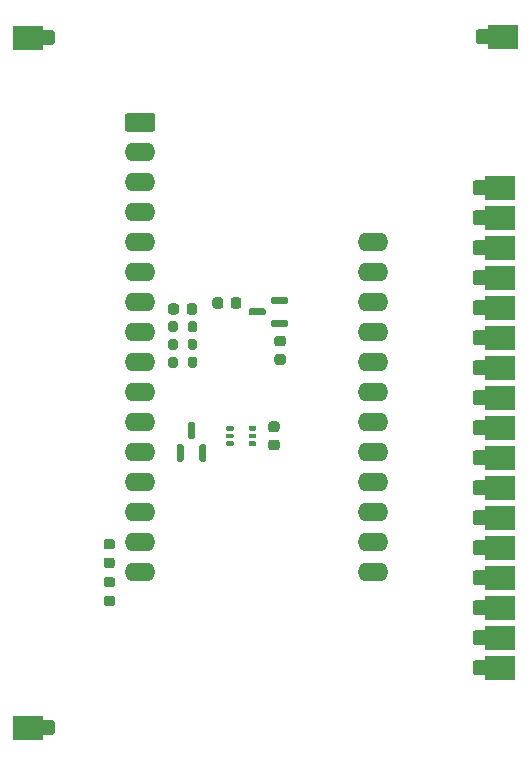
<source format=gbs>
G04 #@! TF.GenerationSoftware,KiCad,Pcbnew,9.0.1+1*
G04 #@! TF.CreationDate,2025-11-12T15:12:18+00:00*
G04 #@! TF.ProjectId,mppt-charge,6d707074-2d63-4686-9172-67652e6b6963,0.2*
G04 #@! TF.SameCoordinates,Original*
G04 #@! TF.FileFunction,Soldermask,Bot*
G04 #@! TF.FilePolarity,Negative*
%FSLAX46Y46*%
G04 Gerber Fmt 4.6, Leading zero omitted, Abs format (unit mm)*
G04 Created by KiCad (PCBNEW 9.0.1+1) date 2025-11-12 15:12:18*
%MOMM*%
%LPD*%
G01*
G04 APERTURE LIST*
%ADD10R,2.540000X2.000000*%
%ADD11O,2.600000X1.600000*%
G04 APERTURE END LIST*
D10*
X91000000Y-69930000D03*
G36*
G01*
X93325000Y-69555000D02*
X93325000Y-70305000D01*
G75*
G02*
X93075000Y-70555000I-250000J0D01*
G01*
X92325000Y-70555000D01*
G75*
G02*
X92075000Y-70305000I0J250000D01*
G01*
X92075000Y-69555000D01*
G75*
G02*
X92325000Y-69305000I250000J0D01*
G01*
X93075000Y-69305000D01*
G75*
G02*
X93325000Y-69555000I0J-250000D01*
G01*
G37*
G36*
G01*
X128925000Y-70235000D02*
X128925000Y-69485000D01*
G75*
G02*
X129175000Y-69235000I250000J0D01*
G01*
X129925000Y-69235000D01*
G75*
G02*
X130175000Y-69485000I0J-250000D01*
G01*
X130175000Y-70235000D01*
G75*
G02*
X129925000Y-70485000I-250000J0D01*
G01*
X129175000Y-70485000D01*
G75*
G02*
X128925000Y-70235000I0J250000D01*
G01*
G37*
X131250000Y-69860000D03*
X91000000Y-128350000D03*
G36*
G01*
X93325000Y-127975000D02*
X93325000Y-128725000D01*
G75*
G02*
X93075000Y-128975000I-250000J0D01*
G01*
X92325000Y-128975000D01*
G75*
G02*
X92075000Y-128725000I0J250000D01*
G01*
X92075000Y-127975000D01*
G75*
G02*
X92325000Y-127725000I250000J0D01*
G01*
X93075000Y-127725000D01*
G75*
G02*
X93325000Y-127975000I0J-250000D01*
G01*
G37*
G36*
G01*
X129925000Y-82255000D02*
X129925000Y-83005000D01*
G75*
G02*
X129675000Y-83255000I-250000J0D01*
G01*
X128925000Y-83255000D01*
G75*
G02*
X128675000Y-83005000I0J250000D01*
G01*
X128675000Y-82255000D01*
G75*
G02*
X128925000Y-82005000I250000J0D01*
G01*
X129675000Y-82005000D01*
G75*
G02*
X129925000Y-82255000I0J-250000D01*
G01*
G37*
X131000000Y-82630000D03*
G36*
G01*
X129925000Y-84795000D02*
X129925000Y-85545000D01*
G75*
G02*
X129675000Y-85795000I-250000J0D01*
G01*
X128925000Y-85795000D01*
G75*
G02*
X128675000Y-85545000I0J250000D01*
G01*
X128675000Y-84795000D01*
G75*
G02*
X128925000Y-84545000I250000J0D01*
G01*
X129675000Y-84545000D01*
G75*
G02*
X129925000Y-84795000I0J-250000D01*
G01*
G37*
X131000000Y-85170000D03*
G36*
G01*
X129925000Y-87335000D02*
X129925000Y-88085000D01*
G75*
G02*
X129675000Y-88335000I-250000J0D01*
G01*
X128925000Y-88335000D01*
G75*
G02*
X128675000Y-88085000I0J250000D01*
G01*
X128675000Y-87335000D01*
G75*
G02*
X128925000Y-87085000I250000J0D01*
G01*
X129675000Y-87085000D01*
G75*
G02*
X129925000Y-87335000I0J-250000D01*
G01*
G37*
X131000000Y-87710000D03*
G36*
G01*
X129925000Y-89875000D02*
X129925000Y-90625000D01*
G75*
G02*
X129675000Y-90875000I-250000J0D01*
G01*
X128925000Y-90875000D01*
G75*
G02*
X128675000Y-90625000I0J250000D01*
G01*
X128675000Y-89875000D01*
G75*
G02*
X128925000Y-89625000I250000J0D01*
G01*
X129675000Y-89625000D01*
G75*
G02*
X129925000Y-89875000I0J-250000D01*
G01*
G37*
X131000000Y-90250000D03*
G36*
G01*
X129925000Y-92415000D02*
X129925000Y-93165000D01*
G75*
G02*
X129675000Y-93415000I-250000J0D01*
G01*
X128925000Y-93415000D01*
G75*
G02*
X128675000Y-93165000I0J250000D01*
G01*
X128675000Y-92415000D01*
G75*
G02*
X128925000Y-92165000I250000J0D01*
G01*
X129675000Y-92165000D01*
G75*
G02*
X129925000Y-92415000I0J-250000D01*
G01*
G37*
X131000000Y-92790000D03*
G36*
G01*
X129925000Y-94955000D02*
X129925000Y-95705000D01*
G75*
G02*
X129675000Y-95955000I-250000J0D01*
G01*
X128925000Y-95955000D01*
G75*
G02*
X128675000Y-95705000I0J250000D01*
G01*
X128675000Y-94955000D01*
G75*
G02*
X128925000Y-94705000I250000J0D01*
G01*
X129675000Y-94705000D01*
G75*
G02*
X129925000Y-94955000I0J-250000D01*
G01*
G37*
X131000000Y-95330000D03*
G36*
G01*
X129925000Y-97495000D02*
X129925000Y-98245000D01*
G75*
G02*
X129675000Y-98495000I-250000J0D01*
G01*
X128925000Y-98495000D01*
G75*
G02*
X128675000Y-98245000I0J250000D01*
G01*
X128675000Y-97495000D01*
G75*
G02*
X128925000Y-97245000I250000J0D01*
G01*
X129675000Y-97245000D01*
G75*
G02*
X129925000Y-97495000I0J-250000D01*
G01*
G37*
X131000000Y-97870000D03*
G36*
G01*
X129925000Y-100035000D02*
X129925000Y-100785000D01*
G75*
G02*
X129675000Y-101035000I-250000J0D01*
G01*
X128925000Y-101035000D01*
G75*
G02*
X128675000Y-100785000I0J250000D01*
G01*
X128675000Y-100035000D01*
G75*
G02*
X128925000Y-99785000I250000J0D01*
G01*
X129675000Y-99785000D01*
G75*
G02*
X129925000Y-100035000I0J-250000D01*
G01*
G37*
X131000000Y-100410000D03*
G36*
G01*
X129925000Y-102575000D02*
X129925000Y-103325000D01*
G75*
G02*
X129675000Y-103575000I-250000J0D01*
G01*
X128925000Y-103575000D01*
G75*
G02*
X128675000Y-103325000I0J250000D01*
G01*
X128675000Y-102575000D01*
G75*
G02*
X128925000Y-102325000I250000J0D01*
G01*
X129675000Y-102325000D01*
G75*
G02*
X129925000Y-102575000I0J-250000D01*
G01*
G37*
X131000000Y-102950000D03*
G36*
G01*
X129925000Y-105115000D02*
X129925000Y-105865000D01*
G75*
G02*
X129675000Y-106115000I-250000J0D01*
G01*
X128925000Y-106115000D01*
G75*
G02*
X128675000Y-105865000I0J250000D01*
G01*
X128675000Y-105115000D01*
G75*
G02*
X128925000Y-104865000I250000J0D01*
G01*
X129675000Y-104865000D01*
G75*
G02*
X129925000Y-105115000I0J-250000D01*
G01*
G37*
X131000000Y-105490000D03*
G36*
G01*
X129925000Y-107655000D02*
X129925000Y-108405000D01*
G75*
G02*
X129675000Y-108655000I-250000J0D01*
G01*
X128925000Y-108655000D01*
G75*
G02*
X128675000Y-108405000I0J250000D01*
G01*
X128675000Y-107655000D01*
G75*
G02*
X128925000Y-107405000I250000J0D01*
G01*
X129675000Y-107405000D01*
G75*
G02*
X129925000Y-107655000I0J-250000D01*
G01*
G37*
X131000000Y-108030000D03*
G36*
G01*
X129925000Y-110195000D02*
X129925000Y-110945000D01*
G75*
G02*
X129675000Y-111195000I-250000J0D01*
G01*
X128925000Y-111195000D01*
G75*
G02*
X128675000Y-110945000I0J250000D01*
G01*
X128675000Y-110195000D01*
G75*
G02*
X128925000Y-109945000I250000J0D01*
G01*
X129675000Y-109945000D01*
G75*
G02*
X129925000Y-110195000I0J-250000D01*
G01*
G37*
X131000000Y-110570000D03*
G36*
G01*
X129925000Y-112735000D02*
X129925000Y-113485000D01*
G75*
G02*
X129675000Y-113735000I-250000J0D01*
G01*
X128925000Y-113735000D01*
G75*
G02*
X128675000Y-113485000I0J250000D01*
G01*
X128675000Y-112735000D01*
G75*
G02*
X128925000Y-112485000I250000J0D01*
G01*
X129675000Y-112485000D01*
G75*
G02*
X129925000Y-112735000I0J-250000D01*
G01*
G37*
X131000000Y-113110000D03*
G36*
G01*
X129925000Y-115275000D02*
X129925000Y-116025000D01*
G75*
G02*
X129675000Y-116275000I-250000J0D01*
G01*
X128925000Y-116275000D01*
G75*
G02*
X128675000Y-116025000I0J250000D01*
G01*
X128675000Y-115275000D01*
G75*
G02*
X128925000Y-115025000I250000J0D01*
G01*
X129675000Y-115025000D01*
G75*
G02*
X129925000Y-115275000I0J-250000D01*
G01*
G37*
X131000000Y-115650000D03*
G36*
G01*
X129925000Y-117815000D02*
X129925000Y-118565000D01*
G75*
G02*
X129675000Y-118815000I-250000J0D01*
G01*
X128925000Y-118815000D01*
G75*
G02*
X128675000Y-118565000I0J250000D01*
G01*
X128675000Y-117815000D01*
G75*
G02*
X128925000Y-117565000I250000J0D01*
G01*
X129675000Y-117565000D01*
G75*
G02*
X129925000Y-117815000I0J-250000D01*
G01*
G37*
X131000000Y-118190000D03*
G36*
G01*
X129925000Y-120355000D02*
X129925000Y-121105000D01*
G75*
G02*
X129675000Y-121355000I-250000J0D01*
G01*
X128925000Y-121355000D01*
G75*
G02*
X128675000Y-121105000I0J250000D01*
G01*
X128675000Y-120355000D01*
G75*
G02*
X128925000Y-120105000I250000J0D01*
G01*
X129675000Y-120105000D01*
G75*
G02*
X129925000Y-120355000I0J-250000D01*
G01*
G37*
X131000000Y-120730000D03*
G36*
G01*
X129925000Y-122895000D02*
X129925000Y-123645000D01*
G75*
G02*
X129675000Y-123895000I-250000J0D01*
G01*
X128925000Y-123895000D01*
G75*
G02*
X128675000Y-123645000I0J250000D01*
G01*
X128675000Y-122895000D01*
G75*
G02*
X128925000Y-122645000I250000J0D01*
G01*
X129675000Y-122645000D01*
G75*
G02*
X129925000Y-122895000I0J-250000D01*
G01*
G37*
X131000000Y-123270000D03*
G36*
G01*
X99215000Y-77670000D02*
X99215000Y-76570000D01*
G75*
G02*
X99465000Y-76320000I250000J0D01*
G01*
X101565000Y-76320000D01*
G75*
G02*
X101815000Y-76570000I0J-250000D01*
G01*
X101815000Y-77670000D01*
G75*
G02*
X101565000Y-77920000I-250000J0D01*
G01*
X99465000Y-77920000D01*
G75*
G02*
X99215000Y-77670000I0J250000D01*
G01*
G37*
D11*
X100515000Y-79660000D03*
X100515000Y-82200000D03*
X100515000Y-84740000D03*
X100515000Y-87280000D03*
X100515000Y-89820000D03*
X100515000Y-92360000D03*
X100515000Y-94900000D03*
X100515000Y-97440000D03*
X100515000Y-99980000D03*
X100515000Y-102520000D03*
X100515000Y-105060000D03*
X100515000Y-107600000D03*
X100515000Y-110140000D03*
X100515000Y-112680000D03*
X100515000Y-115220000D03*
X120235000Y-115220000D03*
X120235000Y-112680000D03*
X120235000Y-110140000D03*
X120235000Y-107600000D03*
X120235000Y-105060000D03*
X120235000Y-102520000D03*
X120235000Y-99980000D03*
X120235000Y-97440000D03*
X120235000Y-94900000D03*
X120235000Y-92360000D03*
X120235000Y-89820000D03*
X120235000Y-87280000D03*
G36*
G01*
X112125000Y-95185000D02*
X112625000Y-95185000D01*
G75*
G02*
X112850000Y-95410000I0J-225000D01*
G01*
X112850000Y-95860000D01*
G75*
G02*
X112625000Y-96085000I-225000J0D01*
G01*
X112125000Y-96085000D01*
G75*
G02*
X111900000Y-95860000I0J225000D01*
G01*
X111900000Y-95410000D01*
G75*
G02*
X112125000Y-95185000I225000J0D01*
G01*
G37*
G36*
G01*
X112125000Y-96735000D02*
X112625000Y-96735000D01*
G75*
G02*
X112850000Y-96960000I0J-225000D01*
G01*
X112850000Y-97410000D01*
G75*
G02*
X112625000Y-97635000I-225000J0D01*
G01*
X112125000Y-97635000D01*
G75*
G02*
X111900000Y-97410000I0J225000D01*
G01*
X111900000Y-96960000D01*
G75*
G02*
X112125000Y-96735000I225000J0D01*
G01*
G37*
G36*
G01*
X102900000Y-94685000D02*
X102900000Y-94135000D01*
G75*
G02*
X103100000Y-93935000I200000J0D01*
G01*
X103500000Y-93935000D01*
G75*
G02*
X103700000Y-94135000I0J-200000D01*
G01*
X103700000Y-94685000D01*
G75*
G02*
X103500000Y-94885000I-200000J0D01*
G01*
X103100000Y-94885000D01*
G75*
G02*
X102900000Y-94685000I0J200000D01*
G01*
G37*
G36*
G01*
X104550000Y-94685000D02*
X104550000Y-94135000D01*
G75*
G02*
X104750000Y-93935000I200000J0D01*
G01*
X105150000Y-93935000D01*
G75*
G02*
X105350000Y-94135000I0J-200000D01*
G01*
X105350000Y-94685000D01*
G75*
G02*
X105150000Y-94885000I-200000J0D01*
G01*
X104750000Y-94885000D01*
G75*
G02*
X104550000Y-94685000I0J200000D01*
G01*
G37*
G36*
G01*
X110350000Y-102910000D02*
X110350000Y-103110000D01*
G75*
G02*
X110250000Y-103210000I-100000J0D01*
G01*
X109800000Y-103210000D01*
G75*
G02*
X109700000Y-103110000I0J100000D01*
G01*
X109700000Y-102910000D01*
G75*
G02*
X109800000Y-102810000I100000J0D01*
G01*
X110250000Y-102810000D01*
G75*
G02*
X110350000Y-102910000I0J-100000D01*
G01*
G37*
G36*
G01*
X110350000Y-103560000D02*
X110350000Y-103760000D01*
G75*
G02*
X110250000Y-103860000I-100000J0D01*
G01*
X109800000Y-103860000D01*
G75*
G02*
X109700000Y-103760000I0J100000D01*
G01*
X109700000Y-103560000D01*
G75*
G02*
X109800000Y-103460000I100000J0D01*
G01*
X110250000Y-103460000D01*
G75*
G02*
X110350000Y-103560000I0J-100000D01*
G01*
G37*
G36*
G01*
X110350000Y-104210000D02*
X110350000Y-104410000D01*
G75*
G02*
X110250000Y-104510000I-100000J0D01*
G01*
X109800000Y-104510000D01*
G75*
G02*
X109700000Y-104410000I0J100000D01*
G01*
X109700000Y-104210000D01*
G75*
G02*
X109800000Y-104110000I100000J0D01*
G01*
X110250000Y-104110000D01*
G75*
G02*
X110350000Y-104210000I0J-100000D01*
G01*
G37*
G36*
G01*
X108450000Y-104210000D02*
X108450000Y-104410000D01*
G75*
G02*
X108350000Y-104510000I-100000J0D01*
G01*
X107900000Y-104510000D01*
G75*
G02*
X107800000Y-104410000I0J100000D01*
G01*
X107800000Y-104210000D01*
G75*
G02*
X107900000Y-104110000I100000J0D01*
G01*
X108350000Y-104110000D01*
G75*
G02*
X108450000Y-104210000I0J-100000D01*
G01*
G37*
G36*
G01*
X108450000Y-103560000D02*
X108450000Y-103760000D01*
G75*
G02*
X108350000Y-103860000I-100000J0D01*
G01*
X107900000Y-103860000D01*
G75*
G02*
X107800000Y-103760000I0J100000D01*
G01*
X107800000Y-103560000D01*
G75*
G02*
X107900000Y-103460000I100000J0D01*
G01*
X108350000Y-103460000D01*
G75*
G02*
X108450000Y-103560000I0J-100000D01*
G01*
G37*
G36*
G01*
X108450000Y-102910000D02*
X108450000Y-103110000D01*
G75*
G02*
X108350000Y-103210000I-100000J0D01*
G01*
X107900000Y-103210000D01*
G75*
G02*
X107800000Y-103110000I0J100000D01*
G01*
X107800000Y-102910000D01*
G75*
G02*
X107900000Y-102810000I100000J0D01*
G01*
X108350000Y-102810000D01*
G75*
G02*
X108450000Y-102910000I0J-100000D01*
G01*
G37*
G36*
G01*
X97668750Y-115610000D02*
X98181250Y-115610000D01*
G75*
G02*
X98400000Y-115828750I0J-218750D01*
G01*
X98400000Y-116266250D01*
G75*
G02*
X98181250Y-116485000I-218750J0D01*
G01*
X97668750Y-116485000D01*
G75*
G02*
X97450000Y-116266250I0J218750D01*
G01*
X97450000Y-115828750D01*
G75*
G02*
X97668750Y-115610000I218750J0D01*
G01*
G37*
G36*
G01*
X97668750Y-117185000D02*
X98181250Y-117185000D01*
G75*
G02*
X98400000Y-117403750I0J-218750D01*
G01*
X98400000Y-117841250D01*
G75*
G02*
X98181250Y-118060000I-218750J0D01*
G01*
X97668750Y-118060000D01*
G75*
G02*
X97450000Y-117841250I0J218750D01*
G01*
X97450000Y-117403750D01*
G75*
G02*
X97668750Y-117185000I218750J0D01*
G01*
G37*
G36*
G01*
X102900000Y-96185000D02*
X102900000Y-95635000D01*
G75*
G02*
X103100000Y-95435000I200000J0D01*
G01*
X103500000Y-95435000D01*
G75*
G02*
X103700000Y-95635000I0J-200000D01*
G01*
X103700000Y-96185000D01*
G75*
G02*
X103500000Y-96385000I-200000J0D01*
G01*
X103100000Y-96385000D01*
G75*
G02*
X102900000Y-96185000I0J200000D01*
G01*
G37*
G36*
G01*
X104550000Y-96185000D02*
X104550000Y-95635000D01*
G75*
G02*
X104750000Y-95435000I200000J0D01*
G01*
X105150000Y-95435000D01*
G75*
G02*
X105350000Y-95635000I0J-200000D01*
G01*
X105350000Y-96185000D01*
G75*
G02*
X105150000Y-96385000I-200000J0D01*
G01*
X104750000Y-96385000D01*
G75*
G02*
X104550000Y-96185000I0J200000D01*
G01*
G37*
G36*
G01*
X111600000Y-102435000D02*
X112100000Y-102435000D01*
G75*
G02*
X112325000Y-102660000I0J-225000D01*
G01*
X112325000Y-103110000D01*
G75*
G02*
X112100000Y-103335000I-225000J0D01*
G01*
X111600000Y-103335000D01*
G75*
G02*
X111375000Y-103110000I0J225000D01*
G01*
X111375000Y-102660000D01*
G75*
G02*
X111600000Y-102435000I225000J0D01*
G01*
G37*
G36*
G01*
X111600000Y-103985000D02*
X112100000Y-103985000D01*
G75*
G02*
X112325000Y-104210000I0J-225000D01*
G01*
X112325000Y-104660000D01*
G75*
G02*
X112100000Y-104885000I-225000J0D01*
G01*
X111600000Y-104885000D01*
G75*
G02*
X111375000Y-104660000I0J225000D01*
G01*
X111375000Y-104210000D01*
G75*
G02*
X111600000Y-103985000I225000J0D01*
G01*
G37*
G36*
G01*
X109100000Y-92160000D02*
X109100000Y-92660000D01*
G75*
G02*
X108875000Y-92885000I-225000J0D01*
G01*
X108425000Y-92885000D01*
G75*
G02*
X108200000Y-92660000I0J225000D01*
G01*
X108200000Y-92160000D01*
G75*
G02*
X108425000Y-91935000I225000J0D01*
G01*
X108875000Y-91935000D01*
G75*
G02*
X109100000Y-92160000I0J-225000D01*
G01*
G37*
G36*
G01*
X107550000Y-92160000D02*
X107550000Y-92660000D01*
G75*
G02*
X107325000Y-92885000I-225000J0D01*
G01*
X106875000Y-92885000D01*
G75*
G02*
X106650000Y-92660000I0J225000D01*
G01*
X106650000Y-92160000D01*
G75*
G02*
X106875000Y-91935000I225000J0D01*
G01*
X107325000Y-91935000D01*
G75*
G02*
X107550000Y-92160000I0J-225000D01*
G01*
G37*
G36*
G01*
X97643750Y-112397500D02*
X98156250Y-112397500D01*
G75*
G02*
X98375000Y-112616250I0J-218750D01*
G01*
X98375000Y-113053750D01*
G75*
G02*
X98156250Y-113272500I-218750J0D01*
G01*
X97643750Y-113272500D01*
G75*
G02*
X97425000Y-113053750I0J218750D01*
G01*
X97425000Y-112616250D01*
G75*
G02*
X97643750Y-112397500I218750J0D01*
G01*
G37*
G36*
G01*
X97643750Y-113972500D02*
X98156250Y-113972500D01*
G75*
G02*
X98375000Y-114191250I0J-218750D01*
G01*
X98375000Y-114628750D01*
G75*
G02*
X98156250Y-114847500I-218750J0D01*
G01*
X97643750Y-114847500D01*
G75*
G02*
X97425000Y-114628750I0J218750D01*
G01*
X97425000Y-114191250D01*
G75*
G02*
X97643750Y-113972500I218750J0D01*
G01*
G37*
G36*
G01*
X105975000Y-105835000D02*
X105675000Y-105835000D01*
G75*
G02*
X105525000Y-105685000I0J150000D01*
G01*
X105525000Y-104510000D01*
G75*
G02*
X105675000Y-104360000I150000J0D01*
G01*
X105975000Y-104360000D01*
G75*
G02*
X106125000Y-104510000I0J-150000D01*
G01*
X106125000Y-105685000D01*
G75*
G02*
X105975000Y-105835000I-150000J0D01*
G01*
G37*
G36*
G01*
X104075000Y-105835000D02*
X103775000Y-105835000D01*
G75*
G02*
X103625000Y-105685000I0J150000D01*
G01*
X103625000Y-104510000D01*
G75*
G02*
X103775000Y-104360000I150000J0D01*
G01*
X104075000Y-104360000D01*
G75*
G02*
X104225000Y-104510000I0J-150000D01*
G01*
X104225000Y-105685000D01*
G75*
G02*
X104075000Y-105835000I-150000J0D01*
G01*
G37*
G36*
G01*
X105025000Y-103960000D02*
X104725000Y-103960000D01*
G75*
G02*
X104575000Y-103810000I0J150000D01*
G01*
X104575000Y-102635000D01*
G75*
G02*
X104725000Y-102485000I150000J0D01*
G01*
X105025000Y-102485000D01*
G75*
G02*
X105175000Y-102635000I0J-150000D01*
G01*
X105175000Y-103810000D01*
G75*
G02*
X105025000Y-103960000I-150000J0D01*
G01*
G37*
G36*
G01*
X105350000Y-97135000D02*
X105350000Y-97685000D01*
G75*
G02*
X105150000Y-97885000I-200000J0D01*
G01*
X104750000Y-97885000D01*
G75*
G02*
X104550000Y-97685000I0J200000D01*
G01*
X104550000Y-97135000D01*
G75*
G02*
X104750000Y-96935000I200000J0D01*
G01*
X105150000Y-96935000D01*
G75*
G02*
X105350000Y-97135000I0J-200000D01*
G01*
G37*
G36*
G01*
X103700000Y-97135000D02*
X103700000Y-97685000D01*
G75*
G02*
X103500000Y-97885000I-200000J0D01*
G01*
X103100000Y-97885000D01*
G75*
G02*
X102900000Y-97685000I0J200000D01*
G01*
X102900000Y-97135000D01*
G75*
G02*
X103100000Y-96935000I200000J0D01*
G01*
X103500000Y-96935000D01*
G75*
G02*
X103700000Y-97135000I0J-200000D01*
G01*
G37*
G36*
G01*
X105350000Y-92660000D02*
X105350000Y-93160000D01*
G75*
G02*
X105125000Y-93385000I-225000J0D01*
G01*
X104675000Y-93385000D01*
G75*
G02*
X104450000Y-93160000I0J225000D01*
G01*
X104450000Y-92660000D01*
G75*
G02*
X104675000Y-92435000I225000J0D01*
G01*
X105125000Y-92435000D01*
G75*
G02*
X105350000Y-92660000I0J-225000D01*
G01*
G37*
G36*
G01*
X103800000Y-92660000D02*
X103800000Y-93160000D01*
G75*
G02*
X103575000Y-93385000I-225000J0D01*
G01*
X103125000Y-93385000D01*
G75*
G02*
X102900000Y-93160000I0J225000D01*
G01*
X102900000Y-92660000D01*
G75*
G02*
X103125000Y-92435000I225000J0D01*
G01*
X103575000Y-92435000D01*
G75*
G02*
X103800000Y-92660000I0J-225000D01*
G01*
G37*
G36*
G01*
X113050000Y-92060000D02*
X113050000Y-92360000D01*
G75*
G02*
X112900000Y-92510000I-150000J0D01*
G01*
X111725000Y-92510000D01*
G75*
G02*
X111575000Y-92360000I0J150000D01*
G01*
X111575000Y-92060000D01*
G75*
G02*
X111725000Y-91910000I150000J0D01*
G01*
X112900000Y-91910000D01*
G75*
G02*
X113050000Y-92060000I0J-150000D01*
G01*
G37*
G36*
G01*
X113050000Y-93960000D02*
X113050000Y-94260000D01*
G75*
G02*
X112900000Y-94410000I-150000J0D01*
G01*
X111725000Y-94410000D01*
G75*
G02*
X111575000Y-94260000I0J150000D01*
G01*
X111575000Y-93960000D01*
G75*
G02*
X111725000Y-93810000I150000J0D01*
G01*
X112900000Y-93810000D01*
G75*
G02*
X113050000Y-93960000I0J-150000D01*
G01*
G37*
G36*
G01*
X111175000Y-93010000D02*
X111175000Y-93310000D01*
G75*
G02*
X111025000Y-93460000I-150000J0D01*
G01*
X109850000Y-93460000D01*
G75*
G02*
X109700000Y-93310000I0J150000D01*
G01*
X109700000Y-93010000D01*
G75*
G02*
X109850000Y-92860000I150000J0D01*
G01*
X111025000Y-92860000D01*
G75*
G02*
X111175000Y-93010000I0J-150000D01*
G01*
G37*
M02*

</source>
